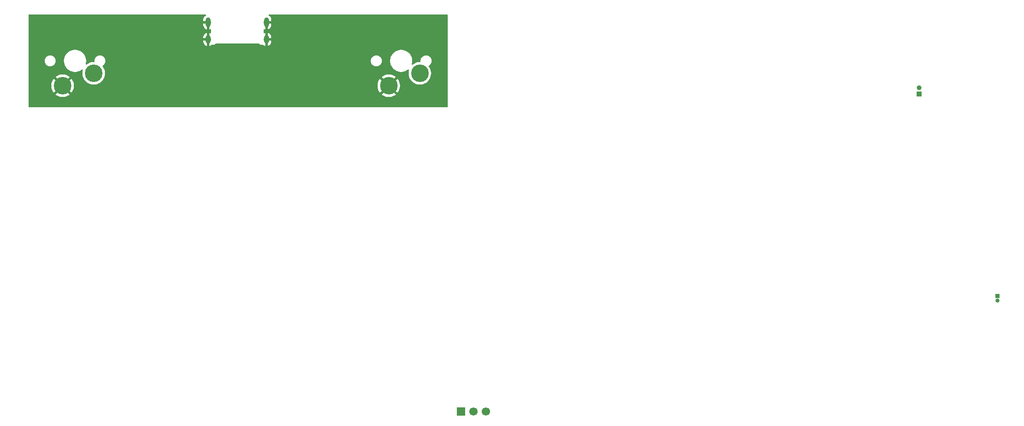
<source format=gbr>
%TF.GenerationSoftware,KiCad,Pcbnew,9.0.3*%
%TF.CreationDate,2025-07-16T09:35:22-04:00*%
%TF.ProjectId,board,626f6172-642e-46b6-9963-61645f706362,rev?*%
%TF.SameCoordinates,Original*%
%TF.FileFunction,Copper,L3,Inr*%
%TF.FilePolarity,Positive*%
%FSLAX46Y46*%
G04 Gerber Fmt 4.6, Leading zero omitted, Abs format (unit mm)*
G04 Created by KiCad (PCBNEW 9.0.3) date 2025-07-16 09:35:22*
%MOMM*%
%LPD*%
G01*
G04 APERTURE LIST*
%TA.AperFunction,ComponentPad*%
%ADD10C,3.600000*%
%TD*%
%TA.AperFunction,ComponentPad*%
%ADD11O,1.000000X2.000000*%
%TD*%
%TA.AperFunction,ComponentPad*%
%ADD12O,1.000000X1.800000*%
%TD*%
%TA.AperFunction,ComponentPad*%
%ADD13R,1.000000X1.000000*%
%TD*%
%TA.AperFunction,ComponentPad*%
%ADD14C,1.000000*%
%TD*%
%TA.AperFunction,ComponentPad*%
%ADD15R,0.850000X0.850000*%
%TD*%
%TA.AperFunction,ComponentPad*%
%ADD16C,0.850000*%
%TD*%
%TA.AperFunction,ComponentPad*%
%ADD17R,1.700000X1.700000*%
%TD*%
%TA.AperFunction,ComponentPad*%
%ADD18C,1.700000*%
%TD*%
G04 APERTURE END LIST*
D10*
%TO.N,/BUTTON_L*%
%TO.C,SW1*%
X33510000Y-32240000D03*
%TO.N,GND*%
X27160000Y-34780000D03*
%TD*%
%TO.N,/BUTTON_R*%
%TO.C,SW2*%
X100110000Y-32240000D03*
%TO.N,GND*%
X93760000Y-34780000D03*
%TD*%
D11*
%TO.N,GND*%
%TO.C,J1*%
X68780750Y-21800000D03*
X56880750Y-21800000D03*
D12*
X68780750Y-25300000D03*
X56880750Y-25300000D03*
%TD*%
D13*
%TO.N,VBAT*%
%TO.C,J2*%
X202100000Y-36500000D03*
D14*
%TO.N,GND*%
X202100000Y-35230000D03*
%TD*%
D15*
%TO.N,Net-(J3-Pin_1)*%
%TO.C,J3*%
X218110000Y-77750000D03*
D16*
%TO.N,Net-(J3-Pin_2)*%
X218110000Y-78750000D03*
%TD*%
D17*
%TO.N,Net-(J4-Pin_1)*%
%TO.C,J4*%
X108510000Y-101450000D03*
D18*
%TO.N,GND*%
X111050000Y-101450000D03*
%TO.N,Net-(J4-Pin_3)*%
X113589999Y-101450000D03*
%TD*%
%TA.AperFunction,Conductor*%
%TO.N,GND*%
G36*
X56384579Y-20220185D02*
G01*
X56430334Y-20272989D01*
X56440278Y-20342147D01*
X56411253Y-20405703D01*
X56386431Y-20427602D01*
X56243287Y-20523248D01*
X56243283Y-20523251D01*
X56104001Y-20662533D01*
X56103998Y-20662537D01*
X55994564Y-20826315D01*
X55994557Y-20826328D01*
X55919180Y-21008306D01*
X55919177Y-21008318D01*
X55880750Y-21201504D01*
X55880750Y-21550000D01*
X56580750Y-21550000D01*
X56580750Y-22050000D01*
X55880750Y-22050000D01*
X55880750Y-22398495D01*
X55919177Y-22591681D01*
X55919180Y-22591693D01*
X55994557Y-22773671D01*
X55994564Y-22773684D01*
X56103998Y-22937462D01*
X56104001Y-22937466D01*
X56243283Y-23076748D01*
X56243287Y-23076751D01*
X56407065Y-23186185D01*
X56407078Y-23186192D01*
X56589058Y-23261569D01*
X56630750Y-23269862D01*
X56630750Y-22466988D01*
X56640690Y-22484205D01*
X56696545Y-22540060D01*
X56764954Y-22579556D01*
X56841254Y-22600000D01*
X56920246Y-22600000D01*
X56996546Y-22579556D01*
X57064955Y-22540060D01*
X57120810Y-22484205D01*
X57130750Y-22466988D01*
X57130750Y-23269862D01*
X57172440Y-23261569D01*
X57172442Y-23261569D01*
X57288798Y-23213374D01*
X57358267Y-23205905D01*
X57420746Y-23237180D01*
X57456398Y-23297270D01*
X57460250Y-23327935D01*
X57460250Y-23872064D01*
X57440565Y-23939103D01*
X57387761Y-23984858D01*
X57318603Y-23994802D01*
X57288798Y-23986625D01*
X57172441Y-23938429D01*
X57172433Y-23938427D01*
X57130750Y-23930135D01*
X57130750Y-24733011D01*
X57120810Y-24715795D01*
X57064955Y-24659940D01*
X56996546Y-24620444D01*
X56920246Y-24600000D01*
X56841254Y-24600000D01*
X56764954Y-24620444D01*
X56696545Y-24659940D01*
X56640690Y-24715795D01*
X56630750Y-24733011D01*
X56630750Y-23930136D01*
X56630749Y-23930135D01*
X56589066Y-23938427D01*
X56589058Y-23938429D01*
X56407078Y-24013807D01*
X56407065Y-24013814D01*
X56243287Y-24123248D01*
X56243283Y-24123251D01*
X56104001Y-24262533D01*
X56103998Y-24262537D01*
X55994564Y-24426315D01*
X55994557Y-24426328D01*
X55919180Y-24608306D01*
X55919177Y-24608318D01*
X55880750Y-24801504D01*
X55880750Y-25050000D01*
X56580750Y-25050000D01*
X56580750Y-25550000D01*
X55880750Y-25550000D01*
X55880750Y-25798495D01*
X55919177Y-25991681D01*
X55919180Y-25991693D01*
X55994557Y-26173671D01*
X55994564Y-26173684D01*
X56103998Y-26337462D01*
X56104001Y-26337466D01*
X56243283Y-26476748D01*
X56243287Y-26476751D01*
X56407065Y-26586185D01*
X56407078Y-26586192D01*
X56589058Y-26661569D01*
X56630750Y-26669862D01*
X56630750Y-25866988D01*
X56640690Y-25884205D01*
X56696545Y-25940060D01*
X56764954Y-25979556D01*
X56841254Y-26000000D01*
X56920246Y-26000000D01*
X56996546Y-25979556D01*
X57064955Y-25940060D01*
X57120810Y-25884205D01*
X57130750Y-25866988D01*
X57130750Y-26669862D01*
X57172440Y-26661569D01*
X57172442Y-26661569D01*
X57354421Y-26586192D01*
X57354434Y-26586185D01*
X57518211Y-26476752D01*
X57614191Y-26380772D01*
X57675514Y-26347287D01*
X57734352Y-26348782D01*
X57745388Y-26351777D01*
X57794387Y-26375381D01*
X57904330Y-26400491D01*
X57920868Y-26400493D01*
X57920901Y-26400507D01*
X57924936Y-26400506D01*
X57925116Y-26400555D01*
X57960783Y-26400549D01*
X57960783Y-26400550D01*
X58017176Y-26400541D01*
X58127129Y-26375428D01*
X58228739Y-26326481D01*
X58228742Y-26326478D01*
X58228746Y-26326476D01*
X58316909Y-26256154D01*
X58316911Y-26256152D01*
X58382667Y-26173684D01*
X58387225Y-26167968D01*
X58387226Y-26167965D01*
X58390928Y-26162075D01*
X58392693Y-26163184D01*
X58432738Y-26118836D01*
X58497631Y-26100500D01*
X67163924Y-26100500D01*
X67230963Y-26120185D01*
X67268933Y-26163109D01*
X67270617Y-26162052D01*
X67274320Y-26167948D01*
X67344617Y-26256110D01*
X67344623Y-26256116D01*
X67344624Y-26256117D01*
X67432787Y-26326438D01*
X67534387Y-26375381D01*
X67534389Y-26375382D01*
X67629234Y-26397043D01*
X67644330Y-26400491D01*
X67648419Y-26400491D01*
X67650386Y-26400508D01*
X67651421Y-26400525D01*
X67651525Y-26400557D01*
X67700783Y-26400549D01*
X67700783Y-26400550D01*
X67757176Y-26400541D01*
X67867129Y-26375428D01*
X67905849Y-26356775D01*
X67974788Y-26345416D01*
X68038926Y-26373131D01*
X68047344Y-26380809D01*
X68143283Y-26476748D01*
X68143287Y-26476751D01*
X68307065Y-26586185D01*
X68307078Y-26586192D01*
X68489058Y-26661569D01*
X68530750Y-26669862D01*
X68530750Y-25866988D01*
X68540690Y-25884205D01*
X68596545Y-25940060D01*
X68664954Y-25979556D01*
X68741254Y-26000000D01*
X68820246Y-26000000D01*
X68896546Y-25979556D01*
X68964955Y-25940060D01*
X69020810Y-25884205D01*
X69030750Y-25866988D01*
X69030750Y-26669862D01*
X69072440Y-26661569D01*
X69072442Y-26661569D01*
X69254421Y-26586192D01*
X69254434Y-26586185D01*
X69418212Y-26476751D01*
X69418216Y-26476748D01*
X69557498Y-26337466D01*
X69557501Y-26337462D01*
X69666935Y-26173684D01*
X69666942Y-26173671D01*
X69742319Y-25991693D01*
X69742322Y-25991681D01*
X69780749Y-25798495D01*
X69780750Y-25798492D01*
X69780750Y-25550000D01*
X69080750Y-25550000D01*
X69080750Y-25050000D01*
X69780750Y-25050000D01*
X69780750Y-24801508D01*
X69780749Y-24801504D01*
X69742322Y-24608318D01*
X69742319Y-24608306D01*
X69666942Y-24426328D01*
X69666935Y-24426315D01*
X69557501Y-24262537D01*
X69557498Y-24262533D01*
X69418216Y-24123251D01*
X69418212Y-24123248D01*
X69254434Y-24013814D01*
X69254421Y-24013807D01*
X69072441Y-23938429D01*
X69072433Y-23938427D01*
X69030750Y-23930135D01*
X69030750Y-24733011D01*
X69020810Y-24715795D01*
X68964955Y-24659940D01*
X68896546Y-24620444D01*
X68820246Y-24600000D01*
X68741254Y-24600000D01*
X68664954Y-24620444D01*
X68596545Y-24659940D01*
X68540690Y-24715795D01*
X68530750Y-24733011D01*
X68530750Y-23930136D01*
X68530749Y-23930135D01*
X68489066Y-23938427D01*
X68489058Y-23938429D01*
X68372702Y-23986625D01*
X68303232Y-23994094D01*
X68240753Y-23962818D01*
X68205102Y-23902729D01*
X68201250Y-23872064D01*
X68201250Y-23327935D01*
X68220935Y-23260896D01*
X68273739Y-23215141D01*
X68342897Y-23205197D01*
X68372702Y-23213374D01*
X68489058Y-23261569D01*
X68530750Y-23269862D01*
X68530750Y-22466988D01*
X68540690Y-22484205D01*
X68596545Y-22540060D01*
X68664954Y-22579556D01*
X68741254Y-22600000D01*
X68820246Y-22600000D01*
X68896546Y-22579556D01*
X68964955Y-22540060D01*
X69020810Y-22484205D01*
X69030750Y-22466988D01*
X69030750Y-23269862D01*
X69072440Y-23261569D01*
X69072442Y-23261569D01*
X69254421Y-23186192D01*
X69254434Y-23186185D01*
X69418212Y-23076751D01*
X69418216Y-23076748D01*
X69557498Y-22937466D01*
X69557501Y-22937462D01*
X69666935Y-22773684D01*
X69666942Y-22773671D01*
X69742319Y-22591693D01*
X69742322Y-22591681D01*
X69780749Y-22398495D01*
X69780750Y-22398492D01*
X69780750Y-22050000D01*
X69080750Y-22050000D01*
X69080750Y-21550000D01*
X69780750Y-21550000D01*
X69780750Y-21201508D01*
X69780749Y-21201504D01*
X69742322Y-21008318D01*
X69742319Y-21008306D01*
X69666942Y-20826328D01*
X69666935Y-20826315D01*
X69557501Y-20662537D01*
X69557498Y-20662533D01*
X69418216Y-20523251D01*
X69418212Y-20523248D01*
X69275069Y-20427602D01*
X69230264Y-20373990D01*
X69221557Y-20304665D01*
X69251712Y-20241637D01*
X69311155Y-20204918D01*
X69343960Y-20200500D01*
X105675500Y-20200500D01*
X105742539Y-20220185D01*
X105788294Y-20272989D01*
X105799500Y-20324500D01*
X105799500Y-39075500D01*
X105779815Y-39142539D01*
X105727011Y-39188294D01*
X105675500Y-39199500D01*
X20324500Y-39199500D01*
X20257461Y-39179815D01*
X20211706Y-39127011D01*
X20200500Y-39075500D01*
X20200500Y-34629256D01*
X24860000Y-34629256D01*
X24860000Y-34930743D01*
X24860001Y-34930759D01*
X24899353Y-35229667D01*
X24977389Y-35520901D01*
X25092765Y-35799443D01*
X25092770Y-35799454D01*
X25243512Y-36060545D01*
X25243523Y-36060561D01*
X25366115Y-36220328D01*
X25366117Y-36220328D01*
X25919441Y-35667003D01*
X25996795Y-35773471D01*
X26166529Y-35943205D01*
X26272994Y-36020556D01*
X25719670Y-36573881D01*
X25719670Y-36573882D01*
X25879438Y-36696476D01*
X25879454Y-36696487D01*
X26140545Y-36847229D01*
X26140556Y-36847234D01*
X26419098Y-36962610D01*
X26710332Y-37040646D01*
X27009240Y-37079998D01*
X27009257Y-37080000D01*
X27310743Y-37080000D01*
X27310759Y-37079998D01*
X27609667Y-37040646D01*
X27900901Y-36962610D01*
X28179443Y-36847234D01*
X28179454Y-36847229D01*
X28440545Y-36696487D01*
X28440553Y-36696481D01*
X28600328Y-36573881D01*
X28047004Y-36020557D01*
X28153471Y-35943205D01*
X28323205Y-35773471D01*
X28400557Y-35667004D01*
X28953881Y-36220328D01*
X29076481Y-36060553D01*
X29076487Y-36060545D01*
X29227229Y-35799454D01*
X29227234Y-35799443D01*
X29342610Y-35520901D01*
X29420646Y-35229667D01*
X29459998Y-34930759D01*
X29460000Y-34930743D01*
X29460000Y-34629256D01*
X91460000Y-34629256D01*
X91460000Y-34930743D01*
X91460001Y-34930759D01*
X91499353Y-35229667D01*
X91577389Y-35520901D01*
X91692765Y-35799443D01*
X91692770Y-35799454D01*
X91843512Y-36060545D01*
X91843523Y-36060561D01*
X91966115Y-36220328D01*
X91966117Y-36220328D01*
X92519441Y-35667003D01*
X92596795Y-35773471D01*
X92766529Y-35943205D01*
X92872994Y-36020556D01*
X92319670Y-36573881D01*
X92319670Y-36573882D01*
X92479438Y-36696476D01*
X92479454Y-36696487D01*
X92740545Y-36847229D01*
X92740556Y-36847234D01*
X93019098Y-36962610D01*
X93310332Y-37040646D01*
X93609240Y-37079998D01*
X93609257Y-37080000D01*
X93910743Y-37080000D01*
X93910759Y-37079998D01*
X94209667Y-37040646D01*
X94500901Y-36962610D01*
X94779443Y-36847234D01*
X94779454Y-36847229D01*
X95040545Y-36696487D01*
X95040553Y-36696481D01*
X95200328Y-36573881D01*
X94647004Y-36020557D01*
X94753471Y-35943205D01*
X94923205Y-35773471D01*
X95000557Y-35667004D01*
X95553881Y-36220328D01*
X95676481Y-36060553D01*
X95676487Y-36060545D01*
X95827229Y-35799454D01*
X95827234Y-35799443D01*
X95942610Y-35520901D01*
X96020646Y-35229667D01*
X96059998Y-34930759D01*
X96060000Y-34930743D01*
X96060000Y-34629256D01*
X96059998Y-34629240D01*
X96020646Y-34330332D01*
X95942610Y-34039098D01*
X95827234Y-33760556D01*
X95827229Y-33760545D01*
X95676487Y-33499454D01*
X95676476Y-33499438D01*
X95553881Y-33339670D01*
X95000556Y-33892994D01*
X94923205Y-33786529D01*
X94753471Y-33616795D01*
X94647003Y-33539441D01*
X95200328Y-32986117D01*
X95200328Y-32986115D01*
X95040561Y-32863523D01*
X95040545Y-32863512D01*
X94779454Y-32712770D01*
X94779443Y-32712765D01*
X94500901Y-32597389D01*
X94209667Y-32519353D01*
X93910759Y-32480001D01*
X93910743Y-32480000D01*
X93609257Y-32480000D01*
X93609240Y-32480001D01*
X93310332Y-32519353D01*
X93019098Y-32597389D01*
X92740556Y-32712765D01*
X92740545Y-32712770D01*
X92479442Y-32863520D01*
X92319670Y-32986116D01*
X92319670Y-32986117D01*
X92872995Y-33539442D01*
X92766529Y-33616795D01*
X92596795Y-33786529D01*
X92519442Y-33892995D01*
X91966117Y-33339670D01*
X91966116Y-33339670D01*
X91843520Y-33499442D01*
X91692770Y-33760545D01*
X91692765Y-33760556D01*
X91577389Y-34039098D01*
X91499353Y-34330332D01*
X91460001Y-34629240D01*
X91460000Y-34629256D01*
X29460000Y-34629256D01*
X29459998Y-34629240D01*
X29420646Y-34330332D01*
X29342610Y-34039098D01*
X29227234Y-33760556D01*
X29227229Y-33760545D01*
X29076487Y-33499454D01*
X29076476Y-33499438D01*
X28953881Y-33339670D01*
X28400556Y-33892994D01*
X28323205Y-33786529D01*
X28153471Y-33616795D01*
X28047003Y-33539441D01*
X28600328Y-32986117D01*
X28600328Y-32986115D01*
X28440561Y-32863523D01*
X28440545Y-32863512D01*
X28179454Y-32712770D01*
X28179443Y-32712765D01*
X27900901Y-32597389D01*
X27609667Y-32519353D01*
X27310759Y-32480001D01*
X27310743Y-32480000D01*
X27009257Y-32480000D01*
X27009240Y-32480001D01*
X26710332Y-32519353D01*
X26419098Y-32597389D01*
X26140556Y-32712765D01*
X26140545Y-32712770D01*
X25879442Y-32863520D01*
X25719670Y-32986116D01*
X25719670Y-32986117D01*
X26272995Y-33539442D01*
X26166529Y-33616795D01*
X25996795Y-33786529D01*
X25919442Y-33892995D01*
X25366117Y-33339670D01*
X25366116Y-33339670D01*
X25243520Y-33499442D01*
X25092770Y-33760545D01*
X25092765Y-33760556D01*
X24977389Y-34039098D01*
X24899353Y-34330332D01*
X24860001Y-34629240D01*
X24860000Y-34629256D01*
X20200500Y-34629256D01*
X20200500Y-29611421D01*
X23494500Y-29611421D01*
X23494500Y-29788578D01*
X23522214Y-29963556D01*
X23576956Y-30132039D01*
X23576957Y-30132042D01*
X23657386Y-30289890D01*
X23761517Y-30433214D01*
X23886786Y-30558483D01*
X24030110Y-30662614D01*
X24098577Y-30697500D01*
X24187957Y-30743042D01*
X24187960Y-30743043D01*
X24272201Y-30770414D01*
X24356445Y-30797786D01*
X24531421Y-30825500D01*
X24531422Y-30825500D01*
X24708578Y-30825500D01*
X24708579Y-30825500D01*
X24883555Y-30797786D01*
X25052042Y-30743042D01*
X25209890Y-30662614D01*
X25353214Y-30558483D01*
X25478483Y-30433214D01*
X25582614Y-30289890D01*
X25663042Y-30132042D01*
X25717786Y-29963555D01*
X25745500Y-29788579D01*
X25745500Y-29611421D01*
X25736165Y-29552486D01*
X27449500Y-29552486D01*
X27449500Y-29847513D01*
X27477069Y-30056913D01*
X27488007Y-30139993D01*
X27543938Y-30348732D01*
X27564361Y-30424951D01*
X27564364Y-30424961D01*
X27677254Y-30697500D01*
X27677258Y-30697510D01*
X27824761Y-30952993D01*
X28004352Y-31187040D01*
X28004358Y-31187047D01*
X28212952Y-31395641D01*
X28212959Y-31395647D01*
X28447006Y-31575238D01*
X28702489Y-31722741D01*
X28702490Y-31722741D01*
X28702493Y-31722743D01*
X28975048Y-31835639D01*
X29260007Y-31911993D01*
X29552494Y-31950500D01*
X29552501Y-31950500D01*
X29847499Y-31950500D01*
X29847506Y-31950500D01*
X30139993Y-31911993D01*
X30424952Y-31835639D01*
X30697507Y-31722743D01*
X30952994Y-31575238D01*
X31108151Y-31456181D01*
X31173318Y-31430988D01*
X31241763Y-31445026D01*
X31291753Y-31493840D01*
X31307417Y-31561931D01*
X31303411Y-31586651D01*
X31248861Y-31790233D01*
X31209501Y-32089206D01*
X31209500Y-32089223D01*
X31209500Y-32390776D01*
X31209501Y-32390793D01*
X31248861Y-32689766D01*
X31326913Y-32981060D01*
X31442314Y-33259661D01*
X31442318Y-33259671D01*
X31593099Y-33520831D01*
X31776679Y-33760078D01*
X31776685Y-33760085D01*
X31989914Y-33973314D01*
X31989921Y-33973320D01*
X32229168Y-34156900D01*
X32490328Y-34307681D01*
X32490329Y-34307681D01*
X32490332Y-34307683D01*
X32545012Y-34330332D01*
X32768939Y-34423086D01*
X32768940Y-34423086D01*
X32768942Y-34423087D01*
X33060232Y-34501138D01*
X33359217Y-34540500D01*
X33359224Y-34540500D01*
X33660776Y-34540500D01*
X33660783Y-34540500D01*
X33959768Y-34501138D01*
X34251058Y-34423087D01*
X34529668Y-34307683D01*
X34790832Y-34156900D01*
X35030080Y-33973319D01*
X35243319Y-33760080D01*
X35426900Y-33520832D01*
X35577683Y-33259668D01*
X35579617Y-33255000D01*
X35690785Y-32986617D01*
X35690786Y-32986615D01*
X35693084Y-32981067D01*
X35693085Y-32981064D01*
X35724583Y-32863512D01*
X35771138Y-32689768D01*
X35810500Y-32390783D01*
X35810500Y-32089217D01*
X35771138Y-31790232D01*
X35693087Y-31498942D01*
X35577683Y-31220332D01*
X35426900Y-30959168D01*
X35337727Y-30842955D01*
X35312533Y-30777786D01*
X35326571Y-30709341D01*
X35366758Y-30666593D01*
X35365948Y-30665478D01*
X35369891Y-30662613D01*
X35513214Y-30558483D01*
X35638483Y-30433214D01*
X35742614Y-30289890D01*
X35823042Y-30132042D01*
X35877786Y-29963555D01*
X35905500Y-29788579D01*
X35905500Y-29611421D01*
X90094500Y-29611421D01*
X90094500Y-29788578D01*
X90122214Y-29963556D01*
X90176956Y-30132039D01*
X90176957Y-30132042D01*
X90257386Y-30289890D01*
X90361517Y-30433214D01*
X90486786Y-30558483D01*
X90630110Y-30662614D01*
X90698577Y-30697500D01*
X90787957Y-30743042D01*
X90787960Y-30743043D01*
X90872201Y-30770414D01*
X90956445Y-30797786D01*
X91131421Y-30825500D01*
X91131422Y-30825500D01*
X91308578Y-30825500D01*
X91308579Y-30825500D01*
X91483555Y-30797786D01*
X91652042Y-30743042D01*
X91809890Y-30662614D01*
X91953214Y-30558483D01*
X92078483Y-30433214D01*
X92182614Y-30289890D01*
X92263042Y-30132042D01*
X92317786Y-29963555D01*
X92345500Y-29788579D01*
X92345500Y-29611421D01*
X92336165Y-29552486D01*
X94049500Y-29552486D01*
X94049500Y-29847513D01*
X94077069Y-30056913D01*
X94088007Y-30139993D01*
X94143938Y-30348732D01*
X94164361Y-30424951D01*
X94164364Y-30424961D01*
X94277254Y-30697500D01*
X94277258Y-30697510D01*
X94424761Y-30952993D01*
X94604352Y-31187040D01*
X94604358Y-31187047D01*
X94812952Y-31395641D01*
X94812959Y-31395647D01*
X95047006Y-31575238D01*
X95302489Y-31722741D01*
X95302490Y-31722741D01*
X95302493Y-31722743D01*
X95575048Y-31835639D01*
X95860007Y-31911993D01*
X96152494Y-31950500D01*
X96152501Y-31950500D01*
X96447499Y-31950500D01*
X96447506Y-31950500D01*
X96739993Y-31911993D01*
X97024952Y-31835639D01*
X97297507Y-31722743D01*
X97552994Y-31575238D01*
X97708151Y-31456181D01*
X97773318Y-31430988D01*
X97841763Y-31445026D01*
X97891753Y-31493840D01*
X97907417Y-31561931D01*
X97903411Y-31586651D01*
X97848861Y-31790233D01*
X97809501Y-32089206D01*
X97809500Y-32089223D01*
X97809500Y-32390776D01*
X97809501Y-32390793D01*
X97848861Y-32689766D01*
X97926913Y-32981060D01*
X98042314Y-33259661D01*
X98042318Y-33259671D01*
X98193099Y-33520831D01*
X98376679Y-33760078D01*
X98376685Y-33760085D01*
X98589914Y-33973314D01*
X98589921Y-33973320D01*
X98829168Y-34156900D01*
X99090328Y-34307681D01*
X99090329Y-34307681D01*
X99090332Y-34307683D01*
X99145012Y-34330332D01*
X99368939Y-34423086D01*
X99368940Y-34423086D01*
X99368942Y-34423087D01*
X99660232Y-34501138D01*
X99959217Y-34540500D01*
X99959224Y-34540500D01*
X100260776Y-34540500D01*
X100260783Y-34540500D01*
X100559768Y-34501138D01*
X100851058Y-34423087D01*
X101129668Y-34307683D01*
X101390832Y-34156900D01*
X101630080Y-33973319D01*
X101843319Y-33760080D01*
X102026900Y-33520832D01*
X102177683Y-33259668D01*
X102293087Y-32981058D01*
X102371138Y-32689768D01*
X102410500Y-32390783D01*
X102410500Y-32089217D01*
X102371138Y-31790232D01*
X102293087Y-31498942D01*
X102177683Y-31220332D01*
X102026900Y-30959168D01*
X101937727Y-30842955D01*
X101912533Y-30777786D01*
X101926571Y-30709341D01*
X101966758Y-30666593D01*
X101965948Y-30665478D01*
X101969891Y-30662613D01*
X102113214Y-30558483D01*
X102238483Y-30433214D01*
X102342614Y-30289890D01*
X102423042Y-30132042D01*
X102477786Y-29963555D01*
X102505500Y-29788579D01*
X102505500Y-29611421D01*
X102477786Y-29436445D01*
X102423042Y-29267958D01*
X102423042Y-29267957D01*
X102342613Y-29110109D01*
X102238483Y-28966786D01*
X102113214Y-28841517D01*
X101969890Y-28737386D01*
X101812042Y-28656957D01*
X101812039Y-28656956D01*
X101643556Y-28602214D01*
X101556067Y-28588357D01*
X101468579Y-28574500D01*
X101291421Y-28574500D01*
X101233095Y-28583738D01*
X101116443Y-28602214D01*
X100947960Y-28656956D01*
X100947957Y-28656957D01*
X100790109Y-28737386D01*
X100708338Y-28796796D01*
X100646786Y-28841517D01*
X100646784Y-28841519D01*
X100646783Y-28841519D01*
X100521519Y-28966783D01*
X100521519Y-28966784D01*
X100521517Y-28966786D01*
X100476796Y-29028338D01*
X100417386Y-29110109D01*
X100336957Y-29267957D01*
X100336956Y-29267960D01*
X100282214Y-29436443D01*
X100263833Y-29552494D01*
X100254500Y-29611421D01*
X100254500Y-29788579D01*
X100255691Y-29796102D01*
X100246739Y-29865393D01*
X100201744Y-29918846D01*
X100134993Y-29939487D01*
X100133219Y-29939500D01*
X99959217Y-29939500D01*
X99959211Y-29939500D01*
X99959206Y-29939501D01*
X99660233Y-29978861D01*
X99368939Y-30056913D01*
X99090338Y-30172314D01*
X99090328Y-30172318D01*
X98829168Y-30323099D01*
X98657945Y-30454482D01*
X98592775Y-30479676D01*
X98524331Y-30465637D01*
X98474341Y-30416823D01*
X98458678Y-30348732D01*
X98462681Y-30324027D01*
X98511993Y-30139993D01*
X98550500Y-29847506D01*
X98550500Y-29552494D01*
X98511993Y-29260007D01*
X98435639Y-28975048D01*
X98322743Y-28702493D01*
X98296453Y-28656958D01*
X98175238Y-28447006D01*
X97995647Y-28212959D01*
X97995641Y-28212952D01*
X97787047Y-28004358D01*
X97787040Y-28004352D01*
X97552993Y-27824761D01*
X97297510Y-27677258D01*
X97297500Y-27677254D01*
X97024961Y-27564364D01*
X97024954Y-27564362D01*
X97024952Y-27564361D01*
X96739993Y-27488007D01*
X96691113Y-27481571D01*
X96447513Y-27449500D01*
X96447506Y-27449500D01*
X96152494Y-27449500D01*
X96152486Y-27449500D01*
X95874085Y-27486153D01*
X95860007Y-27488007D01*
X95575048Y-27564361D01*
X95575038Y-27564364D01*
X95302499Y-27677254D01*
X95302489Y-27677258D01*
X95047006Y-27824761D01*
X94812959Y-28004352D01*
X94812952Y-28004358D01*
X94604358Y-28212952D01*
X94604352Y-28212959D01*
X94424761Y-28447006D01*
X94277258Y-28702489D01*
X94277254Y-28702499D01*
X94164364Y-28975038D01*
X94164361Y-28975048D01*
X94128172Y-29110110D01*
X94088008Y-29260004D01*
X94088006Y-29260015D01*
X94049500Y-29552486D01*
X92336165Y-29552486D01*
X92317786Y-29436445D01*
X92263042Y-29267958D01*
X92263042Y-29267957D01*
X92182613Y-29110109D01*
X92078483Y-28966786D01*
X91953214Y-28841517D01*
X91809890Y-28737386D01*
X91652042Y-28656957D01*
X91652039Y-28656956D01*
X91483556Y-28602214D01*
X91396067Y-28588357D01*
X91308579Y-28574500D01*
X91131421Y-28574500D01*
X91073095Y-28583738D01*
X90956443Y-28602214D01*
X90787960Y-28656956D01*
X90787957Y-28656957D01*
X90630109Y-28737386D01*
X90548338Y-28796796D01*
X90486786Y-28841517D01*
X90486784Y-28841519D01*
X90486783Y-28841519D01*
X90361519Y-28966783D01*
X90361519Y-28966784D01*
X90361517Y-28966786D01*
X90316796Y-29028338D01*
X90257386Y-29110109D01*
X90176957Y-29267957D01*
X90176956Y-29267960D01*
X90122214Y-29436443D01*
X90094500Y-29611421D01*
X35905500Y-29611421D01*
X35877786Y-29436445D01*
X35823042Y-29267958D01*
X35823042Y-29267957D01*
X35742613Y-29110109D01*
X35638483Y-28966786D01*
X35513214Y-28841517D01*
X35369890Y-28737386D01*
X35212042Y-28656957D01*
X35212039Y-28656956D01*
X35043556Y-28602214D01*
X34956067Y-28588357D01*
X34868579Y-28574500D01*
X34691421Y-28574500D01*
X34633095Y-28583738D01*
X34516443Y-28602214D01*
X34347960Y-28656956D01*
X34347957Y-28656957D01*
X34190109Y-28737386D01*
X34108338Y-28796796D01*
X34046786Y-28841517D01*
X34046784Y-28841519D01*
X34046783Y-28841519D01*
X33921519Y-28966783D01*
X33921519Y-28966784D01*
X33921517Y-28966786D01*
X33876796Y-29028338D01*
X33817386Y-29110109D01*
X33736957Y-29267957D01*
X33736956Y-29267960D01*
X33682214Y-29436443D01*
X33663833Y-29552494D01*
X33654500Y-29611421D01*
X33654500Y-29788579D01*
X33655691Y-29796102D01*
X33646739Y-29865393D01*
X33601744Y-29918846D01*
X33534993Y-29939487D01*
X33533219Y-29939500D01*
X33359217Y-29939500D01*
X33359211Y-29939500D01*
X33359206Y-29939501D01*
X33060233Y-29978861D01*
X32768939Y-30056913D01*
X32490338Y-30172314D01*
X32490328Y-30172318D01*
X32229168Y-30323099D01*
X32057945Y-30454482D01*
X31992775Y-30479676D01*
X31924331Y-30465637D01*
X31874341Y-30416823D01*
X31858678Y-30348732D01*
X31862681Y-30324027D01*
X31911993Y-30139993D01*
X31950500Y-29847506D01*
X31950500Y-29552494D01*
X31911993Y-29260007D01*
X31835639Y-28975048D01*
X31722743Y-28702493D01*
X31696453Y-28656958D01*
X31575238Y-28447006D01*
X31395647Y-28212959D01*
X31395641Y-28212952D01*
X31187047Y-28004358D01*
X31187040Y-28004352D01*
X30952993Y-27824761D01*
X30697510Y-27677258D01*
X30697500Y-27677254D01*
X30424961Y-27564364D01*
X30424954Y-27564362D01*
X30424952Y-27564361D01*
X30139993Y-27488007D01*
X30091113Y-27481571D01*
X29847513Y-27449500D01*
X29847506Y-27449500D01*
X29552494Y-27449500D01*
X29552486Y-27449500D01*
X29274085Y-27486153D01*
X29260007Y-27488007D01*
X28975048Y-27564361D01*
X28975038Y-27564364D01*
X28702499Y-27677254D01*
X28702489Y-27677258D01*
X28447006Y-27824761D01*
X28212959Y-28004352D01*
X28212952Y-28004358D01*
X28004358Y-28212952D01*
X28004352Y-28212959D01*
X27824761Y-28447006D01*
X27677258Y-28702489D01*
X27677254Y-28702499D01*
X27564364Y-28975038D01*
X27564361Y-28975048D01*
X27528172Y-29110110D01*
X27488008Y-29260004D01*
X27488006Y-29260015D01*
X27449500Y-29552486D01*
X25736165Y-29552486D01*
X25717786Y-29436445D01*
X25663042Y-29267958D01*
X25663042Y-29267957D01*
X25582613Y-29110109D01*
X25478483Y-28966786D01*
X25353214Y-28841517D01*
X25209890Y-28737386D01*
X25052042Y-28656957D01*
X25052039Y-28656956D01*
X24883556Y-28602214D01*
X24796067Y-28588357D01*
X24708579Y-28574500D01*
X24531421Y-28574500D01*
X24473095Y-28583738D01*
X24356443Y-28602214D01*
X24187960Y-28656956D01*
X24187957Y-28656957D01*
X24030109Y-28737386D01*
X23948338Y-28796796D01*
X23886786Y-28841517D01*
X23886784Y-28841519D01*
X23886783Y-28841519D01*
X23761519Y-28966783D01*
X23761519Y-28966784D01*
X23761517Y-28966786D01*
X23716796Y-29028338D01*
X23657386Y-29110109D01*
X23576957Y-29267957D01*
X23576956Y-29267960D01*
X23522214Y-29436443D01*
X23494500Y-29611421D01*
X20200500Y-29611421D01*
X20200500Y-20324500D01*
X20220185Y-20257461D01*
X20272989Y-20211706D01*
X20324500Y-20200500D01*
X56317540Y-20200500D01*
X56384579Y-20220185D01*
G37*
%TD.AperFunction*%
%TA.AperFunction,Conductor*%
G36*
X57403289Y-25069685D02*
G01*
X57449044Y-25122489D01*
X57460250Y-25174000D01*
X57460250Y-25426000D01*
X57440565Y-25493039D01*
X57387761Y-25538794D01*
X57336250Y-25550000D01*
X57180750Y-25550000D01*
X57180750Y-25050000D01*
X57336250Y-25050000D01*
X57403289Y-25069685D01*
G37*
%TD.AperFunction*%
%TA.AperFunction,Conductor*%
G36*
X68480750Y-25550000D02*
G01*
X68325250Y-25550000D01*
X68258211Y-25530315D01*
X68212456Y-25477511D01*
X68201250Y-25426000D01*
X68201250Y-25174000D01*
X68220935Y-25106961D01*
X68273739Y-25061206D01*
X68325250Y-25050000D01*
X68480750Y-25050000D01*
X68480750Y-25550000D01*
G37*
%TD.AperFunction*%
%TA.AperFunction,Conductor*%
G36*
X57403289Y-21569685D02*
G01*
X57449044Y-21622489D01*
X57460250Y-21674000D01*
X57460250Y-21926000D01*
X57440565Y-21993039D01*
X57387761Y-22038794D01*
X57336250Y-22050000D01*
X57180750Y-22050000D01*
X57180750Y-21550000D01*
X57336250Y-21550000D01*
X57403289Y-21569685D01*
G37*
%TD.AperFunction*%
%TA.AperFunction,Conductor*%
G36*
X68480750Y-22050000D02*
G01*
X68325250Y-22050000D01*
X68258211Y-22030315D01*
X68212456Y-21977511D01*
X68201250Y-21926000D01*
X68201250Y-21674000D01*
X68220935Y-21606961D01*
X68273739Y-21561206D01*
X68325250Y-21550000D01*
X68480750Y-21550000D01*
X68480750Y-22050000D01*
G37*
%TD.AperFunction*%
%TD*%
M02*

</source>
